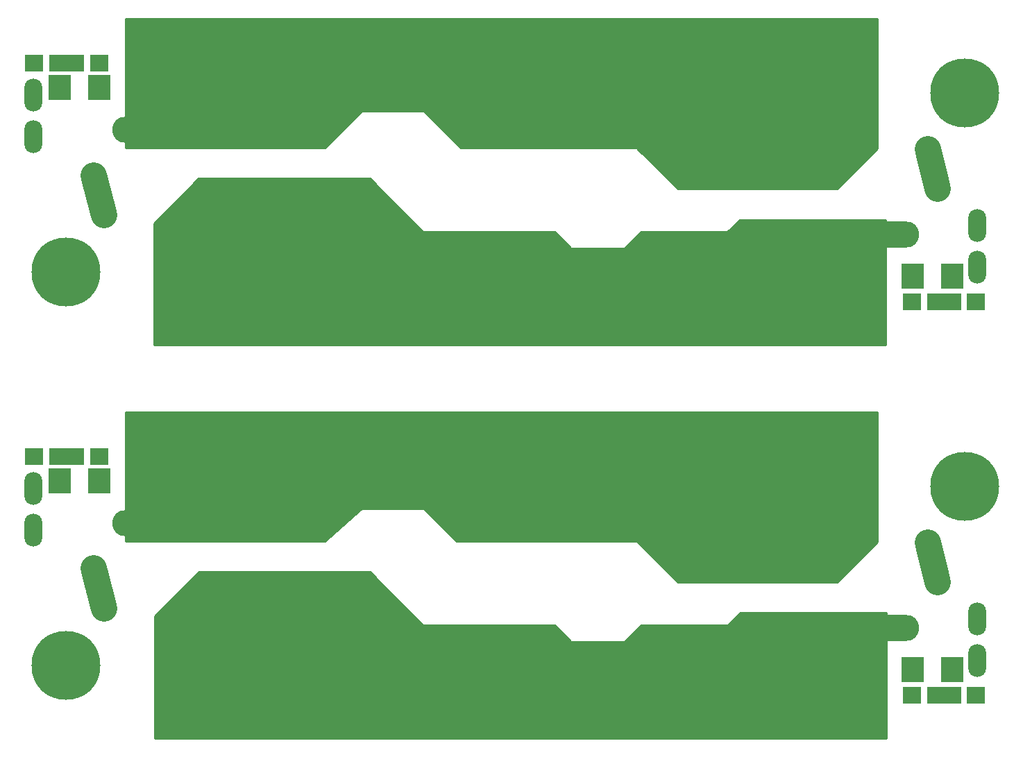
<source format=gbr>
G04 #@! TF.GenerationSoftware,KiCad,Pcbnew,(5.0.0)*
G04 #@! TF.CreationDate,2018-12-19T14:03:44+02:00*
G04 #@! TF.ProjectId,tp_x2_EKA,74705F78325F454B412E6B696361645F,3*
G04 #@! TF.SameCoordinates,Original*
G04 #@! TF.FileFunction,Soldermask,Top*
G04 #@! TF.FilePolarity,Negative*
%FSLAX46Y46*%
G04 Gerber Fmt 4.6, Leading zero omitted, Abs format (unit mm)*
G04 Created by KiCad (PCBNEW (5.0.0)) date 12/19/18 14:03:44*
%MOMM*%
%LPD*%
G01*
G04 APERTURE LIST*
%ADD10R,2.800000X3.100000*%
%ADD11O,2.200000X4.000000*%
%ADD12C,8.400000*%
%ADD13O,4.000000X2.200000*%
%ADD14O,9.200000X3.200000*%
%ADD15C,3.200000*%
%ADD16C,3.200000*%
%ADD17C,2.899360*%
%ADD18R,2.200000X2.100000*%
%ADD19C,0.254000*%
G04 APERTURE END LIST*
D10*
G04 #@! TO.C,D2*
X206700000Y-126500000D03*
X211500000Y-126500000D03*
G04 #@! TD*
D11*
G04 #@! TO.C,X14*
X214500000Y-120360000D03*
X214500000Y-125440000D03*
G04 #@! TD*
D12*
G04 #@! TO.C,REF\002A\002A*
X179000000Y-107000000D03*
G04 #@! TD*
D13*
G04 #@! TO.C,X26*
X140660000Y-103900000D03*
X145740000Y-103900000D03*
G04 #@! TD*
D14*
G04 #@! TO.C,V2.1*
X113619236Y-108634980D03*
D15*
X118307528Y-119296590D03*
D16*
X116261533Y-121490651D02*
X120353523Y-117102529D01*
D15*
X107389270Y-116635452D03*
D16*
X106784465Y-114209713D02*
X107994075Y-119061191D01*
G04 #@! TD*
D14*
G04 #@! TO.C,V2.2*
X202880764Y-121465020D03*
D15*
X198192472Y-110803410D03*
D16*
X200238467Y-108609349D02*
X196146477Y-112997471D01*
D15*
X209110730Y-113464548D03*
D16*
X209715535Y-115890287D02*
X208505925Y-111038809D01*
G04 #@! TD*
D12*
G04 #@! TO.C,REF\002A\002A*
X123900000Y-104100000D03*
G04 #@! TD*
D13*
G04 #@! TO.C,X6*
X171040000Y-125000000D03*
X165960000Y-125000000D03*
G04 #@! TD*
D12*
G04 #@! TO.C,REF\002A\002A*
X103400000Y-126000000D03*
G04 #@! TD*
D17*
G04 #@! TO.C,H1*
X185000000Y-124000000D03*
G04 #@! TD*
G04 #@! TO.C,H1*
X179000000Y-131000000D03*
G04 #@! TD*
G04 #@! TO.C,H1*
X161000000Y-131000000D03*
G04 #@! TD*
G04 #@! TO.C,H1*
X126000000Y-119000000D03*
G04 #@! TD*
G04 #@! TO.C,H1*
X131000000Y-129000000D03*
G04 #@! TD*
G04 #@! TO.C,H2*
X190000000Y-111000000D03*
G04 #@! TD*
G04 #@! TO.C,H1*
X200000000Y-128000000D03*
G04 #@! TD*
G04 #@! TO.C,H2*
X197000000Y-104000000D03*
G04 #@! TD*
D11*
G04 #@! TO.C,X17*
X99400000Y-109500000D03*
X99400000Y-104420000D03*
G04 #@! TD*
D18*
G04 #@! TO.C,R1*
X209500000Y-129700000D03*
X206600000Y-129700000D03*
G04 #@! TD*
D15*
G04 #@! TO.C,X5*
X168000000Y-108000000D03*
X163000000Y-108000000D03*
X158000000Y-108000000D03*
X168000000Y-100900000D03*
X163000000Y-100900000D03*
X158000000Y-100900000D03*
G04 #@! TD*
G04 #@! TO.C,X4*
X142500000Y-124000000D03*
X147500000Y-124000000D03*
X152500000Y-124000000D03*
X142500000Y-131100000D03*
X147500000Y-131100000D03*
X152500000Y-131100000D03*
G04 #@! TD*
D18*
G04 #@! TO.C,R4*
X107400000Y-100500000D03*
X104500000Y-100500000D03*
G04 #@! TD*
D10*
G04 #@! TO.C,D1*
X102600000Y-103500000D03*
X107400000Y-103500000D03*
G04 #@! TD*
D18*
G04 #@! TO.C,R2*
X99500000Y-100500000D03*
X102400000Y-100500000D03*
G04 #@! TD*
G04 #@! TO.C,R3*
X211500000Y-129700000D03*
X214400000Y-129700000D03*
G04 #@! TD*
D17*
G04 #@! TO.C,H1*
X119000000Y-127000000D03*
G04 #@! TD*
G04 #@! TO.C,H2*
X151000000Y-99000000D03*
G04 #@! TD*
G04 #@! TO.C,H2*
X133000000Y-99000000D03*
G04 #@! TD*
G04 #@! TO.C,H2*
X187000000Y-99000000D03*
G04 #@! TD*
G04 #@! TO.C,H2*
X115000000Y-101000000D03*
G04 #@! TD*
D12*
G04 #@! TO.C,REF\002A\002A*
X213000000Y-104200000D03*
G04 #@! TD*
G04 #@! TO.C,REF\002A\002A*
X192600000Y-126000000D03*
G04 #@! TD*
D17*
G04 #@! TO.C,H2*
X115000000Y-53000000D03*
G04 #@! TD*
G04 #@! TO.C,H2*
X133000000Y-51000000D03*
G04 #@! TD*
G04 #@! TO.C,H2*
X151000000Y-51000000D03*
G04 #@! TD*
G04 #@! TO.C,H2*
X187000000Y-51000000D03*
G04 #@! TD*
G04 #@! TO.C,H2*
X190000000Y-63000000D03*
G04 #@! TD*
G04 #@! TO.C,H1*
X200000000Y-80000000D03*
G04 #@! TD*
G04 #@! TO.C,H1*
X185000000Y-76000000D03*
G04 #@! TD*
G04 #@! TO.C,H1*
X179000000Y-83000000D03*
G04 #@! TD*
G04 #@! TO.C,H1*
X161000000Y-83000000D03*
G04 #@! TD*
G04 #@! TO.C,H1*
X131000000Y-81000000D03*
G04 #@! TD*
G04 #@! TO.C,H1*
X126000000Y-71000000D03*
G04 #@! TD*
D12*
G04 #@! TO.C,REF\002A\002A*
X213000000Y-56200000D03*
G04 #@! TD*
G04 #@! TO.C,REF\002A\002A*
X192600000Y-78000000D03*
G04 #@! TD*
D13*
G04 #@! TO.C,X3*
X165960000Y-77000000D03*
X171040000Y-77000000D03*
G04 #@! TD*
D15*
G04 #@! TO.C,V1.2*
X209110730Y-65464548D03*
D16*
X209715535Y-67890287D02*
X208505925Y-63038809D01*
D15*
X198192472Y-62803410D03*
D16*
X200238467Y-60609349D02*
X196146477Y-64997471D01*
D14*
X202880764Y-73465020D03*
G04 #@! TD*
D12*
G04 #@! TO.C,REF\002A\002A*
X179000000Y-59000000D03*
G04 #@! TD*
G04 #@! TO.C,REF\002A\002A*
X103400000Y-78000000D03*
G04 #@! TD*
G04 #@! TO.C,REF\002A\002A*
X123900000Y-56100000D03*
G04 #@! TD*
D15*
G04 #@! TO.C,V1.1*
X107389270Y-68635452D03*
D16*
X106784465Y-66209713D02*
X107994075Y-71061191D01*
D15*
X118307528Y-71296590D03*
D16*
X116261533Y-73490651D02*
X120353523Y-69102529D01*
D14*
X113619236Y-60634980D03*
G04 #@! TD*
D10*
G04 #@! TO.C,D4*
X211500000Y-78500000D03*
X206700000Y-78500000D03*
G04 #@! TD*
D11*
G04 #@! TO.C,X7*
X214500000Y-77440000D03*
X214500000Y-72360000D03*
G04 #@! TD*
D13*
G04 #@! TO.C,X12*
X145740000Y-55900000D03*
X140660000Y-55900000D03*
G04 #@! TD*
D10*
G04 #@! TO.C,D3*
X107400000Y-55500000D03*
X102600000Y-55500000D03*
G04 #@! TD*
D18*
G04 #@! TO.C,R6*
X206600000Y-81700000D03*
X209500000Y-81700000D03*
G04 #@! TD*
G04 #@! TO.C,R8*
X214400000Y-81700000D03*
X211500000Y-81700000D03*
G04 #@! TD*
G04 #@! TO.C,R7*
X102400000Y-52500000D03*
X99500000Y-52500000D03*
G04 #@! TD*
G04 #@! TO.C,R9*
X104500000Y-52500000D03*
X107400000Y-52500000D03*
G04 #@! TD*
D11*
G04 #@! TO.C,X9*
X99400000Y-56420000D03*
X99400000Y-61500000D03*
G04 #@! TD*
D15*
G04 #@! TO.C,X1*
X152500000Y-83100000D03*
X147500000Y-83100000D03*
X142500000Y-83100000D03*
X152500000Y-76000000D03*
X147500000Y-76000000D03*
X142500000Y-76000000D03*
G04 #@! TD*
G04 #@! TO.C,X2*
X158000000Y-52900000D03*
X163000000Y-52900000D03*
X168000000Y-52900000D03*
X158000000Y-60000000D03*
X163000000Y-60000000D03*
X168000000Y-60000000D03*
G04 #@! TD*
D17*
G04 #@! TO.C,H1*
X119000000Y-79000000D03*
G04 #@! TD*
G04 #@! TO.C,H2*
X197000000Y-56000000D03*
G04 #@! TD*
D19*
G36*
X202373000Y-62947394D02*
X197447394Y-67873000D01*
X178052606Y-67873000D01*
X173089803Y-62910197D01*
X173048601Y-62882667D01*
X173000000Y-62873000D01*
X151552606Y-62873000D01*
X147089803Y-58410197D01*
X147048601Y-58382667D01*
X147000000Y-58373000D01*
X139500000Y-58373000D01*
X139451399Y-58382667D01*
X139410197Y-58410197D01*
X134947394Y-62873000D01*
X110627000Y-62873000D01*
X110627000Y-47127000D01*
X202373000Y-47127000D01*
X202373000Y-62947394D01*
X202373000Y-62947394D01*
G37*
X202373000Y-62947394D02*
X197447394Y-67873000D01*
X178052606Y-67873000D01*
X173089803Y-62910197D01*
X173048601Y-62882667D01*
X173000000Y-62873000D01*
X151552606Y-62873000D01*
X147089803Y-58410197D01*
X147048601Y-58382667D01*
X147000000Y-58373000D01*
X139500000Y-58373000D01*
X139451399Y-58382667D01*
X139410197Y-58410197D01*
X134947394Y-62873000D01*
X110627000Y-62873000D01*
X110627000Y-47127000D01*
X202373000Y-47127000D01*
X202373000Y-62947394D01*
G36*
X146910197Y-73089803D02*
X146951399Y-73117333D01*
X147000000Y-73127000D01*
X162947394Y-73127000D01*
X164910197Y-75089803D01*
X164951399Y-75117333D01*
X165000000Y-75127000D01*
X171500000Y-75127000D01*
X171548601Y-75117333D01*
X171589803Y-75089803D01*
X173552606Y-73127000D01*
X184000000Y-73127000D01*
X184048601Y-73117333D01*
X184089803Y-73089803D01*
X185552606Y-71627000D01*
X203373000Y-71627000D01*
X203373000Y-86873000D01*
X114127000Y-86873000D01*
X114127000Y-72052606D01*
X119552606Y-66627000D01*
X140447394Y-66627000D01*
X146910197Y-73089803D01*
X146910197Y-73089803D01*
G37*
X146910197Y-73089803D02*
X146951399Y-73117333D01*
X147000000Y-73127000D01*
X162947394Y-73127000D01*
X164910197Y-75089803D01*
X164951399Y-75117333D01*
X165000000Y-75127000D01*
X171500000Y-75127000D01*
X171548601Y-75117333D01*
X171589803Y-75089803D01*
X173552606Y-73127000D01*
X184000000Y-73127000D01*
X184048601Y-73117333D01*
X184089803Y-73089803D01*
X185552606Y-71627000D01*
X203373000Y-71627000D01*
X203373000Y-86873000D01*
X114127000Y-86873000D01*
X114127000Y-72052606D01*
X119552606Y-66627000D01*
X140447394Y-66627000D01*
X146910197Y-73089803D01*
G36*
X202373000Y-110947394D02*
X197447394Y-115873000D01*
X178052606Y-115873000D01*
X173089803Y-110910197D01*
X173048601Y-110882667D01*
X173000000Y-110873000D01*
X151052606Y-110873000D01*
X147089803Y-106910197D01*
X147048601Y-106882667D01*
X147000000Y-106873000D01*
X139500000Y-106873000D01*
X139451399Y-106882667D01*
X139415626Y-106905079D01*
X134951715Y-110873000D01*
X110627000Y-110873000D01*
X110627000Y-95127000D01*
X202373000Y-95127000D01*
X202373000Y-110947394D01*
X202373000Y-110947394D01*
G37*
X202373000Y-110947394D02*
X197447394Y-115873000D01*
X178052606Y-115873000D01*
X173089803Y-110910197D01*
X173048601Y-110882667D01*
X173000000Y-110873000D01*
X151052606Y-110873000D01*
X147089803Y-106910197D01*
X147048601Y-106882667D01*
X147000000Y-106873000D01*
X139500000Y-106873000D01*
X139451399Y-106882667D01*
X139415626Y-106905079D01*
X134951715Y-110873000D01*
X110627000Y-110873000D01*
X110627000Y-95127000D01*
X202373000Y-95127000D01*
X202373000Y-110947394D01*
G36*
X146910197Y-121089803D02*
X146951399Y-121117333D01*
X147000000Y-121127000D01*
X162947394Y-121127000D01*
X164910197Y-123089803D01*
X164951399Y-123117333D01*
X165000000Y-123127000D01*
X171500000Y-123127000D01*
X171548601Y-123117333D01*
X171588957Y-123090640D01*
X173589733Y-121127000D01*
X184075648Y-121127000D01*
X184124249Y-121117333D01*
X184165451Y-121089803D01*
X185628254Y-119627000D01*
X203448648Y-119627000D01*
X203448648Y-134873000D01*
X114202648Y-134873000D01*
X114202648Y-120052606D01*
X119628254Y-114627000D01*
X140447394Y-114627000D01*
X146910197Y-121089803D01*
X146910197Y-121089803D01*
G37*
X146910197Y-121089803D02*
X146951399Y-121117333D01*
X147000000Y-121127000D01*
X162947394Y-121127000D01*
X164910197Y-123089803D01*
X164951399Y-123117333D01*
X165000000Y-123127000D01*
X171500000Y-123127000D01*
X171548601Y-123117333D01*
X171588957Y-123090640D01*
X173589733Y-121127000D01*
X184075648Y-121127000D01*
X184124249Y-121117333D01*
X184165451Y-121089803D01*
X185628254Y-119627000D01*
X203448648Y-119627000D01*
X203448648Y-134873000D01*
X114202648Y-134873000D01*
X114202648Y-120052606D01*
X119628254Y-114627000D01*
X140447394Y-114627000D01*
X146910197Y-121089803D01*
M02*

</source>
